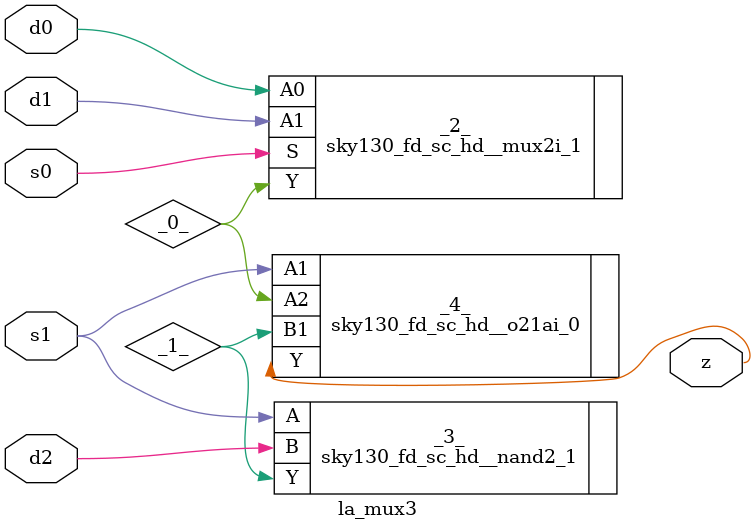
<source format=v>
/* Generated by Yosys 0.37 (git sha1 a5c7f69ed, clang 14.0.0-1ubuntu1.1 -fPIC -Os) */

module la_mux3(d0, d1, d2, s0, s1, z);
  wire _0_;
  wire _1_;
  input d0;
  wire d0;
  input d1;
  wire d1;
  input d2;
  wire d2;
  input s0;
  wire s0;
  input s1;
  wire s1;
  output z;
  wire z;
  sky130_fd_sc_hd__mux2i_1 _2_ (
    .A0(d0),
    .A1(d1),
    .S(s0),
    .Y(_0_)
  );
  sky130_fd_sc_hd__nand2_1 _3_ (
    .A(s1),
    .B(d2),
    .Y(_1_)
  );
  sky130_fd_sc_hd__o21ai_0 _4_ (
    .A1(s1),
    .A2(_0_),
    .B1(_1_),
    .Y(z)
  );
endmodule

</source>
